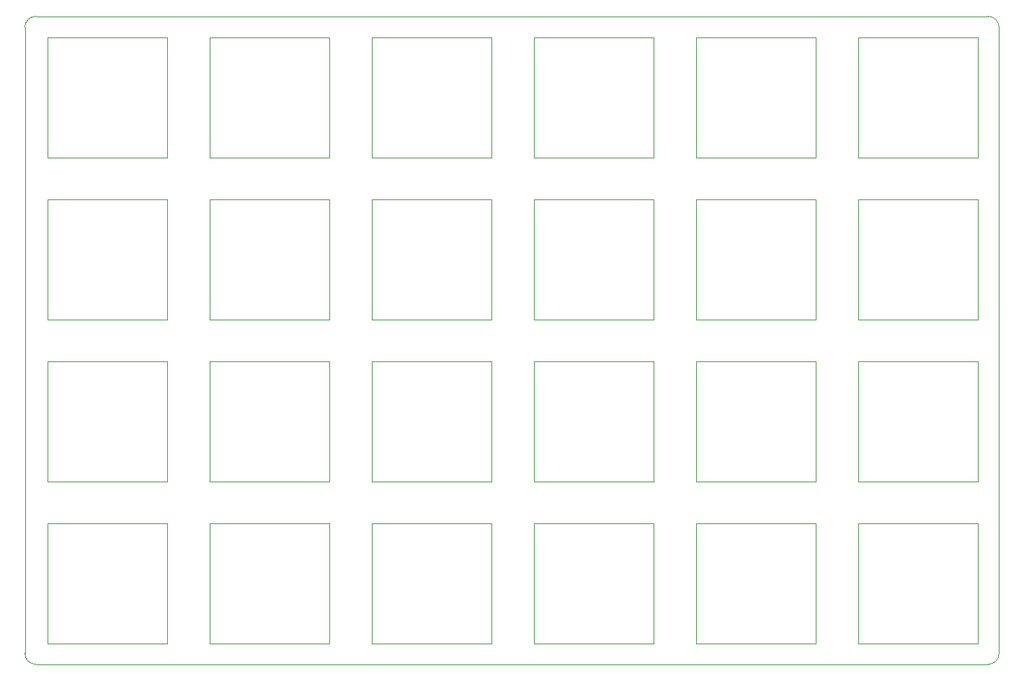
<source format=gbr>
%TF.GenerationSoftware,KiCad,Pcbnew,7.0.5*%
%TF.CreationDate,2024-08-04T00:23:40+08:00*%
%TF.ProjectId,TPS,5450532e-6b69-4636-9164-5f7063625858,rev?*%
%TF.SameCoordinates,Original*%
%TF.FileFunction,Profile,NP*%
%FSLAX46Y46*%
G04 Gerber Fmt 4.6, Leading zero omitted, Abs format (unit mm)*
G04 Created by KiCad (PCBNEW 7.0.5) date 2024-08-04 00:23:40*
%MOMM*%
%LPD*%
G01*
G04 APERTURE LIST*
%TA.AperFunction,Profile*%
%ADD10C,0.120000*%
%TD*%
G04 APERTURE END LIST*
D10*
X147750000Y-69575000D02*
X161850000Y-69575000D01*
X161850000Y-83675000D01*
X147750000Y-83675000D01*
X147750000Y-69575000D01*
X128700000Y-50525000D02*
X142800000Y-50525000D01*
X142800000Y-64625000D01*
X128700000Y-64625000D01*
X128700000Y-50525000D01*
X147750000Y-88625000D02*
X161850000Y-88625000D01*
X161850000Y-102725000D01*
X147750000Y-102725000D01*
X147750000Y-88625000D01*
X166800000Y-69575000D02*
X180900000Y-69575000D01*
X180900000Y-83675000D01*
X166800000Y-83675000D01*
X166800000Y-69575000D01*
X166800000Y-50525000D02*
X180900000Y-50525000D01*
X180900000Y-64625000D01*
X166800000Y-64625000D01*
X166800000Y-50525000D01*
X90600000Y-88625000D02*
X104700000Y-88625000D01*
X104700000Y-102725000D01*
X90600000Y-102725000D01*
X90600000Y-88625000D01*
X185850000Y-88625000D02*
X199950000Y-88625000D01*
X199950000Y-102725000D01*
X185850000Y-102725000D01*
X185850000Y-88625000D01*
X185850000Y-31475000D02*
X199950000Y-31475000D01*
X199950000Y-45575000D01*
X185850000Y-45575000D01*
X185850000Y-31475000D01*
X128700000Y-31475000D02*
X142800000Y-31475000D01*
X142800000Y-45575000D01*
X128700000Y-45575000D01*
X128700000Y-31475000D01*
X128700000Y-88625000D02*
X142800000Y-88625000D01*
X142800000Y-102725000D01*
X128700000Y-102725000D01*
X128700000Y-88625000D01*
X147750000Y-31475000D02*
X161850000Y-31475000D01*
X161850000Y-45575000D01*
X147750000Y-45575000D01*
X147750000Y-31475000D01*
X166800000Y-31475000D02*
X180900000Y-31475000D01*
X180900000Y-45575000D01*
X166800000Y-45575000D01*
X166800000Y-31475000D01*
X109650000Y-31475000D02*
X123750000Y-31475000D01*
X123750000Y-45575000D01*
X109650000Y-45575000D01*
X109650000Y-31475000D01*
X90600000Y-69575000D02*
X104700000Y-69575000D01*
X104700000Y-83675000D01*
X90600000Y-83675000D01*
X90600000Y-69575000D01*
X201155000Y-29000000D02*
X89245000Y-29000000D01*
X87975000Y-103930000D02*
G75*
G03*
X89245000Y-105200000I1270000J0D01*
G01*
X147750000Y-50525000D02*
X161850000Y-50525000D01*
X161850000Y-64625000D01*
X147750000Y-64625000D01*
X147750000Y-50525000D01*
X185850000Y-50525000D02*
X199950000Y-50525000D01*
X199950000Y-64625000D01*
X185850000Y-64625000D01*
X185850000Y-50525000D01*
X128700000Y-69575000D02*
X142800000Y-69575000D01*
X142800000Y-83675000D01*
X128700000Y-83675000D01*
X128700000Y-69575000D01*
X90600000Y-31475000D02*
X104700000Y-31475000D01*
X104700000Y-45575000D01*
X90600000Y-45575000D01*
X90600000Y-31475000D01*
X89245000Y-29000000D02*
G75*
G03*
X87975000Y-30270000I0J-1270000D01*
G01*
X202425000Y-103930000D02*
X202425000Y-30270000D01*
X201155000Y-105200000D02*
X89245000Y-105200000D01*
X87975000Y-30270000D02*
X87975000Y-103930000D01*
X201155000Y-105200000D02*
G75*
G03*
X202425000Y-103930000I0J1270000D01*
G01*
X109650000Y-50525000D02*
X123750000Y-50525000D01*
X123750000Y-64625000D01*
X109650000Y-64625000D01*
X109650000Y-50525000D01*
X166800000Y-88625000D02*
X180900000Y-88625000D01*
X180900000Y-102725000D01*
X166800000Y-102725000D01*
X166800000Y-88625000D01*
X202425000Y-30270000D02*
G75*
G03*
X201155000Y-29000000I-1270000J0D01*
G01*
X185850000Y-69575000D02*
X199950000Y-69575000D01*
X199950000Y-83675000D01*
X185850000Y-83675000D01*
X185850000Y-69575000D01*
X109650000Y-69575000D02*
X123750000Y-69575000D01*
X123750000Y-83675000D01*
X109650000Y-83675000D01*
X109650000Y-69575000D01*
X90600000Y-50525000D02*
X104700000Y-50525000D01*
X104700000Y-64625000D01*
X90600000Y-64625000D01*
X90600000Y-50525000D01*
X109650000Y-88625000D02*
X123750000Y-88625000D01*
X123750000Y-102725000D01*
X109650000Y-102725000D01*
X109650000Y-88625000D01*
M02*

</source>
